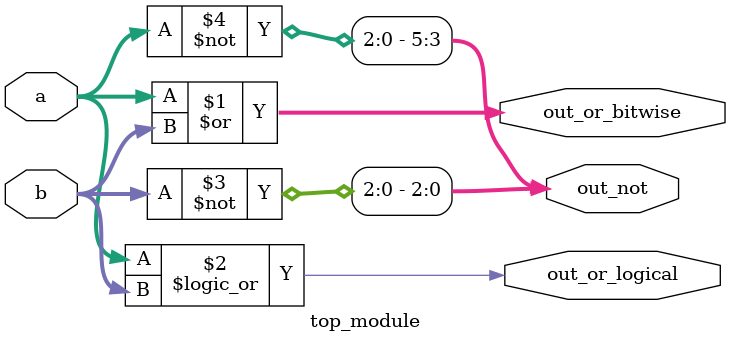
<source format=v>
module top_module( 
    input [2:0] a,
    input [2:0] b,
    output [2:0] out_or_bitwise,
    output out_or_logical,
    output [5:0] out_not
);
    assign out_or_bitwise=a|b;
    assign out_or_logical=a||b;
    assign out_not[2:0]=~b;
    assign out_not[5:3]=~a;
endmodule

</source>
